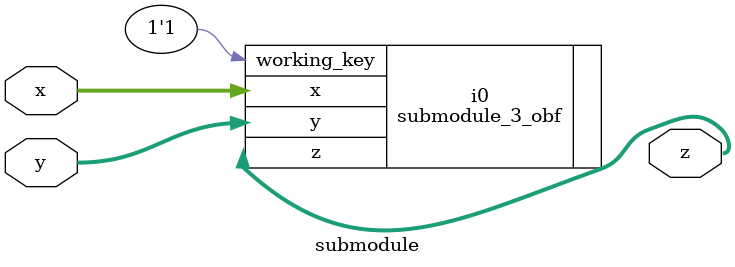
<source format=v>

module submodule
(
  x,
  y,
  z
);

  input [15:0] x;
  input [15:0] y;
  output [15:0] z;

  submodule_3_obf
  i0
  (
    .x(x),
    .y(y),
    .z(z),
    .working_key(1'b1)
  );


endmodule


</source>
